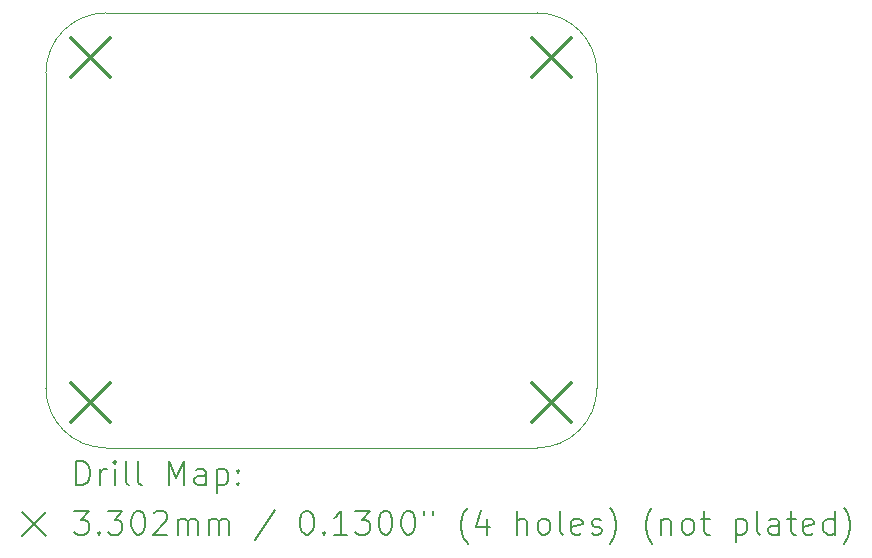
<source format=gbr>
%TF.GenerationSoftware,KiCad,Pcbnew,8.0.1-rc1*%
%TF.CreationDate,2024-04-19T00:03:45-05:00*%
%TF.ProjectId,voltage_converter,766f6c74-6167-4655-9f63-6f6e76657274,rev?*%
%TF.SameCoordinates,Original*%
%TF.FileFunction,Drillmap*%
%TF.FilePolarity,Positive*%
%FSLAX45Y45*%
G04 Gerber Fmt 4.5, Leading zero omitted, Abs format (unit mm)*
G04 Created by KiCad (PCBNEW 8.0.1-rc1) date 2024-04-19 00:03:45*
%MOMM*%
%LPD*%
G01*
G04 APERTURE LIST*
%ADD10C,0.050000*%
%ADD11C,0.200000*%
%ADD12C,0.330200*%
G04 APERTURE END LIST*
D10*
X13025110Y-12341360D02*
G75*
G02*
X12517110Y-11833360I0J508000D01*
G01*
X12517110Y-9167360D02*
G75*
G02*
X13025110Y-8659360I508000J0D01*
G01*
X16675110Y-8659360D02*
G75*
G02*
X17183110Y-9167360I0J-508000D01*
G01*
X17183110Y-11833360D02*
G75*
G02*
X16675110Y-12341360I-508000J0D01*
G01*
X13025110Y-12341360D02*
X16675110Y-12341360D01*
X17183110Y-11833360D02*
X17183110Y-9167360D01*
X16675110Y-8659360D02*
X13025110Y-8659360D01*
X12517110Y-9167360D02*
X12517110Y-11833360D01*
D11*
D12*
X12733010Y-8874260D02*
X13063210Y-9204460D01*
X13063210Y-8874260D02*
X12733010Y-9204460D01*
X12733010Y-11795260D02*
X13063210Y-12125460D01*
X13063210Y-11795260D02*
X12733010Y-12125460D01*
X16634900Y-8874260D02*
X16965100Y-9204460D01*
X16965100Y-8874260D02*
X16634900Y-9204460D01*
X16634900Y-11795260D02*
X16965100Y-12125460D01*
X16965100Y-11795260D02*
X16634900Y-12125460D01*
D11*
X12775387Y-12655344D02*
X12775387Y-12455344D01*
X12775387Y-12455344D02*
X12823006Y-12455344D01*
X12823006Y-12455344D02*
X12851577Y-12464868D01*
X12851577Y-12464868D02*
X12870625Y-12483915D01*
X12870625Y-12483915D02*
X12880149Y-12502963D01*
X12880149Y-12502963D02*
X12889672Y-12541058D01*
X12889672Y-12541058D02*
X12889672Y-12569629D01*
X12889672Y-12569629D02*
X12880149Y-12607725D01*
X12880149Y-12607725D02*
X12870625Y-12626772D01*
X12870625Y-12626772D02*
X12851577Y-12645820D01*
X12851577Y-12645820D02*
X12823006Y-12655344D01*
X12823006Y-12655344D02*
X12775387Y-12655344D01*
X12975387Y-12655344D02*
X12975387Y-12522010D01*
X12975387Y-12560106D02*
X12984911Y-12541058D01*
X12984911Y-12541058D02*
X12994434Y-12531534D01*
X12994434Y-12531534D02*
X13013482Y-12522010D01*
X13013482Y-12522010D02*
X13032530Y-12522010D01*
X13099196Y-12655344D02*
X13099196Y-12522010D01*
X13099196Y-12455344D02*
X13089672Y-12464868D01*
X13089672Y-12464868D02*
X13099196Y-12474391D01*
X13099196Y-12474391D02*
X13108720Y-12464868D01*
X13108720Y-12464868D02*
X13099196Y-12455344D01*
X13099196Y-12455344D02*
X13099196Y-12474391D01*
X13223006Y-12655344D02*
X13203958Y-12645820D01*
X13203958Y-12645820D02*
X13194434Y-12626772D01*
X13194434Y-12626772D02*
X13194434Y-12455344D01*
X13327768Y-12655344D02*
X13308720Y-12645820D01*
X13308720Y-12645820D02*
X13299196Y-12626772D01*
X13299196Y-12626772D02*
X13299196Y-12455344D01*
X13556339Y-12655344D02*
X13556339Y-12455344D01*
X13556339Y-12455344D02*
X13623006Y-12598201D01*
X13623006Y-12598201D02*
X13689672Y-12455344D01*
X13689672Y-12455344D02*
X13689672Y-12655344D01*
X13870625Y-12655344D02*
X13870625Y-12550582D01*
X13870625Y-12550582D02*
X13861101Y-12531534D01*
X13861101Y-12531534D02*
X13842053Y-12522010D01*
X13842053Y-12522010D02*
X13803958Y-12522010D01*
X13803958Y-12522010D02*
X13784911Y-12531534D01*
X13870625Y-12645820D02*
X13851577Y-12655344D01*
X13851577Y-12655344D02*
X13803958Y-12655344D01*
X13803958Y-12655344D02*
X13784911Y-12645820D01*
X13784911Y-12645820D02*
X13775387Y-12626772D01*
X13775387Y-12626772D02*
X13775387Y-12607725D01*
X13775387Y-12607725D02*
X13784911Y-12588677D01*
X13784911Y-12588677D02*
X13803958Y-12579153D01*
X13803958Y-12579153D02*
X13851577Y-12579153D01*
X13851577Y-12579153D02*
X13870625Y-12569629D01*
X13965863Y-12522010D02*
X13965863Y-12722010D01*
X13965863Y-12531534D02*
X13984911Y-12522010D01*
X13984911Y-12522010D02*
X14023006Y-12522010D01*
X14023006Y-12522010D02*
X14042053Y-12531534D01*
X14042053Y-12531534D02*
X14051577Y-12541058D01*
X14051577Y-12541058D02*
X14061101Y-12560106D01*
X14061101Y-12560106D02*
X14061101Y-12617248D01*
X14061101Y-12617248D02*
X14051577Y-12636296D01*
X14051577Y-12636296D02*
X14042053Y-12645820D01*
X14042053Y-12645820D02*
X14023006Y-12655344D01*
X14023006Y-12655344D02*
X13984911Y-12655344D01*
X13984911Y-12655344D02*
X13965863Y-12645820D01*
X14146815Y-12636296D02*
X14156339Y-12645820D01*
X14156339Y-12645820D02*
X14146815Y-12655344D01*
X14146815Y-12655344D02*
X14137292Y-12645820D01*
X14137292Y-12645820D02*
X14146815Y-12636296D01*
X14146815Y-12636296D02*
X14146815Y-12655344D01*
X14146815Y-12531534D02*
X14156339Y-12541058D01*
X14156339Y-12541058D02*
X14146815Y-12550582D01*
X14146815Y-12550582D02*
X14137292Y-12541058D01*
X14137292Y-12541058D02*
X14146815Y-12531534D01*
X14146815Y-12531534D02*
X14146815Y-12550582D01*
X12314610Y-12883860D02*
X12514610Y-13083860D01*
X12514610Y-12883860D02*
X12314610Y-13083860D01*
X12756339Y-12875344D02*
X12880149Y-12875344D01*
X12880149Y-12875344D02*
X12813482Y-12951534D01*
X12813482Y-12951534D02*
X12842053Y-12951534D01*
X12842053Y-12951534D02*
X12861101Y-12961058D01*
X12861101Y-12961058D02*
X12870625Y-12970582D01*
X12870625Y-12970582D02*
X12880149Y-12989629D01*
X12880149Y-12989629D02*
X12880149Y-13037248D01*
X12880149Y-13037248D02*
X12870625Y-13056296D01*
X12870625Y-13056296D02*
X12861101Y-13065820D01*
X12861101Y-13065820D02*
X12842053Y-13075344D01*
X12842053Y-13075344D02*
X12784911Y-13075344D01*
X12784911Y-13075344D02*
X12765863Y-13065820D01*
X12765863Y-13065820D02*
X12756339Y-13056296D01*
X12965863Y-13056296D02*
X12975387Y-13065820D01*
X12975387Y-13065820D02*
X12965863Y-13075344D01*
X12965863Y-13075344D02*
X12956339Y-13065820D01*
X12956339Y-13065820D02*
X12965863Y-13056296D01*
X12965863Y-13056296D02*
X12965863Y-13075344D01*
X13042053Y-12875344D02*
X13165863Y-12875344D01*
X13165863Y-12875344D02*
X13099196Y-12951534D01*
X13099196Y-12951534D02*
X13127768Y-12951534D01*
X13127768Y-12951534D02*
X13146815Y-12961058D01*
X13146815Y-12961058D02*
X13156339Y-12970582D01*
X13156339Y-12970582D02*
X13165863Y-12989629D01*
X13165863Y-12989629D02*
X13165863Y-13037248D01*
X13165863Y-13037248D02*
X13156339Y-13056296D01*
X13156339Y-13056296D02*
X13146815Y-13065820D01*
X13146815Y-13065820D02*
X13127768Y-13075344D01*
X13127768Y-13075344D02*
X13070625Y-13075344D01*
X13070625Y-13075344D02*
X13051577Y-13065820D01*
X13051577Y-13065820D02*
X13042053Y-13056296D01*
X13289672Y-12875344D02*
X13308720Y-12875344D01*
X13308720Y-12875344D02*
X13327768Y-12884868D01*
X13327768Y-12884868D02*
X13337292Y-12894391D01*
X13337292Y-12894391D02*
X13346815Y-12913439D01*
X13346815Y-12913439D02*
X13356339Y-12951534D01*
X13356339Y-12951534D02*
X13356339Y-12999153D01*
X13356339Y-12999153D02*
X13346815Y-13037248D01*
X13346815Y-13037248D02*
X13337292Y-13056296D01*
X13337292Y-13056296D02*
X13327768Y-13065820D01*
X13327768Y-13065820D02*
X13308720Y-13075344D01*
X13308720Y-13075344D02*
X13289672Y-13075344D01*
X13289672Y-13075344D02*
X13270625Y-13065820D01*
X13270625Y-13065820D02*
X13261101Y-13056296D01*
X13261101Y-13056296D02*
X13251577Y-13037248D01*
X13251577Y-13037248D02*
X13242053Y-12999153D01*
X13242053Y-12999153D02*
X13242053Y-12951534D01*
X13242053Y-12951534D02*
X13251577Y-12913439D01*
X13251577Y-12913439D02*
X13261101Y-12894391D01*
X13261101Y-12894391D02*
X13270625Y-12884868D01*
X13270625Y-12884868D02*
X13289672Y-12875344D01*
X13432530Y-12894391D02*
X13442053Y-12884868D01*
X13442053Y-12884868D02*
X13461101Y-12875344D01*
X13461101Y-12875344D02*
X13508720Y-12875344D01*
X13508720Y-12875344D02*
X13527768Y-12884868D01*
X13527768Y-12884868D02*
X13537292Y-12894391D01*
X13537292Y-12894391D02*
X13546815Y-12913439D01*
X13546815Y-12913439D02*
X13546815Y-12932487D01*
X13546815Y-12932487D02*
X13537292Y-12961058D01*
X13537292Y-12961058D02*
X13423006Y-13075344D01*
X13423006Y-13075344D02*
X13546815Y-13075344D01*
X13632530Y-13075344D02*
X13632530Y-12942010D01*
X13632530Y-12961058D02*
X13642053Y-12951534D01*
X13642053Y-12951534D02*
X13661101Y-12942010D01*
X13661101Y-12942010D02*
X13689673Y-12942010D01*
X13689673Y-12942010D02*
X13708720Y-12951534D01*
X13708720Y-12951534D02*
X13718244Y-12970582D01*
X13718244Y-12970582D02*
X13718244Y-13075344D01*
X13718244Y-12970582D02*
X13727768Y-12951534D01*
X13727768Y-12951534D02*
X13746815Y-12942010D01*
X13746815Y-12942010D02*
X13775387Y-12942010D01*
X13775387Y-12942010D02*
X13794434Y-12951534D01*
X13794434Y-12951534D02*
X13803958Y-12970582D01*
X13803958Y-12970582D02*
X13803958Y-13075344D01*
X13899196Y-13075344D02*
X13899196Y-12942010D01*
X13899196Y-12961058D02*
X13908720Y-12951534D01*
X13908720Y-12951534D02*
X13927768Y-12942010D01*
X13927768Y-12942010D02*
X13956339Y-12942010D01*
X13956339Y-12942010D02*
X13975387Y-12951534D01*
X13975387Y-12951534D02*
X13984911Y-12970582D01*
X13984911Y-12970582D02*
X13984911Y-13075344D01*
X13984911Y-12970582D02*
X13994434Y-12951534D01*
X13994434Y-12951534D02*
X14013482Y-12942010D01*
X14013482Y-12942010D02*
X14042053Y-12942010D01*
X14042053Y-12942010D02*
X14061101Y-12951534D01*
X14061101Y-12951534D02*
X14070625Y-12970582D01*
X14070625Y-12970582D02*
X14070625Y-13075344D01*
X14461101Y-12865820D02*
X14289673Y-13122963D01*
X14718244Y-12875344D02*
X14737292Y-12875344D01*
X14737292Y-12875344D02*
X14756339Y-12884868D01*
X14756339Y-12884868D02*
X14765863Y-12894391D01*
X14765863Y-12894391D02*
X14775387Y-12913439D01*
X14775387Y-12913439D02*
X14784911Y-12951534D01*
X14784911Y-12951534D02*
X14784911Y-12999153D01*
X14784911Y-12999153D02*
X14775387Y-13037248D01*
X14775387Y-13037248D02*
X14765863Y-13056296D01*
X14765863Y-13056296D02*
X14756339Y-13065820D01*
X14756339Y-13065820D02*
X14737292Y-13075344D01*
X14737292Y-13075344D02*
X14718244Y-13075344D01*
X14718244Y-13075344D02*
X14699196Y-13065820D01*
X14699196Y-13065820D02*
X14689673Y-13056296D01*
X14689673Y-13056296D02*
X14680149Y-13037248D01*
X14680149Y-13037248D02*
X14670625Y-12999153D01*
X14670625Y-12999153D02*
X14670625Y-12951534D01*
X14670625Y-12951534D02*
X14680149Y-12913439D01*
X14680149Y-12913439D02*
X14689673Y-12894391D01*
X14689673Y-12894391D02*
X14699196Y-12884868D01*
X14699196Y-12884868D02*
X14718244Y-12875344D01*
X14870625Y-13056296D02*
X14880149Y-13065820D01*
X14880149Y-13065820D02*
X14870625Y-13075344D01*
X14870625Y-13075344D02*
X14861101Y-13065820D01*
X14861101Y-13065820D02*
X14870625Y-13056296D01*
X14870625Y-13056296D02*
X14870625Y-13075344D01*
X15070625Y-13075344D02*
X14956339Y-13075344D01*
X15013482Y-13075344D02*
X15013482Y-12875344D01*
X15013482Y-12875344D02*
X14994435Y-12903915D01*
X14994435Y-12903915D02*
X14975387Y-12922963D01*
X14975387Y-12922963D02*
X14956339Y-12932487D01*
X15137292Y-12875344D02*
X15261101Y-12875344D01*
X15261101Y-12875344D02*
X15194435Y-12951534D01*
X15194435Y-12951534D02*
X15223006Y-12951534D01*
X15223006Y-12951534D02*
X15242054Y-12961058D01*
X15242054Y-12961058D02*
X15251577Y-12970582D01*
X15251577Y-12970582D02*
X15261101Y-12989629D01*
X15261101Y-12989629D02*
X15261101Y-13037248D01*
X15261101Y-13037248D02*
X15251577Y-13056296D01*
X15251577Y-13056296D02*
X15242054Y-13065820D01*
X15242054Y-13065820D02*
X15223006Y-13075344D01*
X15223006Y-13075344D02*
X15165863Y-13075344D01*
X15165863Y-13075344D02*
X15146816Y-13065820D01*
X15146816Y-13065820D02*
X15137292Y-13056296D01*
X15384911Y-12875344D02*
X15403958Y-12875344D01*
X15403958Y-12875344D02*
X15423006Y-12884868D01*
X15423006Y-12884868D02*
X15432530Y-12894391D01*
X15432530Y-12894391D02*
X15442054Y-12913439D01*
X15442054Y-12913439D02*
X15451577Y-12951534D01*
X15451577Y-12951534D02*
X15451577Y-12999153D01*
X15451577Y-12999153D02*
X15442054Y-13037248D01*
X15442054Y-13037248D02*
X15432530Y-13056296D01*
X15432530Y-13056296D02*
X15423006Y-13065820D01*
X15423006Y-13065820D02*
X15403958Y-13075344D01*
X15403958Y-13075344D02*
X15384911Y-13075344D01*
X15384911Y-13075344D02*
X15365863Y-13065820D01*
X15365863Y-13065820D02*
X15356339Y-13056296D01*
X15356339Y-13056296D02*
X15346816Y-13037248D01*
X15346816Y-13037248D02*
X15337292Y-12999153D01*
X15337292Y-12999153D02*
X15337292Y-12951534D01*
X15337292Y-12951534D02*
X15346816Y-12913439D01*
X15346816Y-12913439D02*
X15356339Y-12894391D01*
X15356339Y-12894391D02*
X15365863Y-12884868D01*
X15365863Y-12884868D02*
X15384911Y-12875344D01*
X15575387Y-12875344D02*
X15594435Y-12875344D01*
X15594435Y-12875344D02*
X15613482Y-12884868D01*
X15613482Y-12884868D02*
X15623006Y-12894391D01*
X15623006Y-12894391D02*
X15632530Y-12913439D01*
X15632530Y-12913439D02*
X15642054Y-12951534D01*
X15642054Y-12951534D02*
X15642054Y-12999153D01*
X15642054Y-12999153D02*
X15632530Y-13037248D01*
X15632530Y-13037248D02*
X15623006Y-13056296D01*
X15623006Y-13056296D02*
X15613482Y-13065820D01*
X15613482Y-13065820D02*
X15594435Y-13075344D01*
X15594435Y-13075344D02*
X15575387Y-13075344D01*
X15575387Y-13075344D02*
X15556339Y-13065820D01*
X15556339Y-13065820D02*
X15546816Y-13056296D01*
X15546816Y-13056296D02*
X15537292Y-13037248D01*
X15537292Y-13037248D02*
X15527768Y-12999153D01*
X15527768Y-12999153D02*
X15527768Y-12951534D01*
X15527768Y-12951534D02*
X15537292Y-12913439D01*
X15537292Y-12913439D02*
X15546816Y-12894391D01*
X15546816Y-12894391D02*
X15556339Y-12884868D01*
X15556339Y-12884868D02*
X15575387Y-12875344D01*
X15718244Y-12875344D02*
X15718244Y-12913439D01*
X15794435Y-12875344D02*
X15794435Y-12913439D01*
X16089673Y-13151534D02*
X16080149Y-13142010D01*
X16080149Y-13142010D02*
X16061101Y-13113439D01*
X16061101Y-13113439D02*
X16051578Y-13094391D01*
X16051578Y-13094391D02*
X16042054Y-13065820D01*
X16042054Y-13065820D02*
X16032530Y-13018201D01*
X16032530Y-13018201D02*
X16032530Y-12980106D01*
X16032530Y-12980106D02*
X16042054Y-12932487D01*
X16042054Y-12932487D02*
X16051578Y-12903915D01*
X16051578Y-12903915D02*
X16061101Y-12884868D01*
X16061101Y-12884868D02*
X16080149Y-12856296D01*
X16080149Y-12856296D02*
X16089673Y-12846772D01*
X16251578Y-12942010D02*
X16251578Y-13075344D01*
X16203958Y-12865820D02*
X16156339Y-13008677D01*
X16156339Y-13008677D02*
X16280149Y-13008677D01*
X16508720Y-13075344D02*
X16508720Y-12875344D01*
X16594435Y-13075344D02*
X16594435Y-12970582D01*
X16594435Y-12970582D02*
X16584911Y-12951534D01*
X16584911Y-12951534D02*
X16565863Y-12942010D01*
X16565863Y-12942010D02*
X16537292Y-12942010D01*
X16537292Y-12942010D02*
X16518244Y-12951534D01*
X16518244Y-12951534D02*
X16508720Y-12961058D01*
X16718244Y-13075344D02*
X16699197Y-13065820D01*
X16699197Y-13065820D02*
X16689673Y-13056296D01*
X16689673Y-13056296D02*
X16680149Y-13037248D01*
X16680149Y-13037248D02*
X16680149Y-12980106D01*
X16680149Y-12980106D02*
X16689673Y-12961058D01*
X16689673Y-12961058D02*
X16699197Y-12951534D01*
X16699197Y-12951534D02*
X16718244Y-12942010D01*
X16718244Y-12942010D02*
X16746816Y-12942010D01*
X16746816Y-12942010D02*
X16765863Y-12951534D01*
X16765863Y-12951534D02*
X16775387Y-12961058D01*
X16775387Y-12961058D02*
X16784911Y-12980106D01*
X16784911Y-12980106D02*
X16784911Y-13037248D01*
X16784911Y-13037248D02*
X16775387Y-13056296D01*
X16775387Y-13056296D02*
X16765863Y-13065820D01*
X16765863Y-13065820D02*
X16746816Y-13075344D01*
X16746816Y-13075344D02*
X16718244Y-13075344D01*
X16899197Y-13075344D02*
X16880149Y-13065820D01*
X16880149Y-13065820D02*
X16870625Y-13046772D01*
X16870625Y-13046772D02*
X16870625Y-12875344D01*
X17051578Y-13065820D02*
X17032530Y-13075344D01*
X17032530Y-13075344D02*
X16994435Y-13075344D01*
X16994435Y-13075344D02*
X16975387Y-13065820D01*
X16975387Y-13065820D02*
X16965863Y-13046772D01*
X16965863Y-13046772D02*
X16965863Y-12970582D01*
X16965863Y-12970582D02*
X16975387Y-12951534D01*
X16975387Y-12951534D02*
X16994435Y-12942010D01*
X16994435Y-12942010D02*
X17032530Y-12942010D01*
X17032530Y-12942010D02*
X17051578Y-12951534D01*
X17051578Y-12951534D02*
X17061102Y-12970582D01*
X17061102Y-12970582D02*
X17061102Y-12989629D01*
X17061102Y-12989629D02*
X16965863Y-13008677D01*
X17137292Y-13065820D02*
X17156340Y-13075344D01*
X17156340Y-13075344D02*
X17194435Y-13075344D01*
X17194435Y-13075344D02*
X17213483Y-13065820D01*
X17213483Y-13065820D02*
X17223006Y-13046772D01*
X17223006Y-13046772D02*
X17223006Y-13037248D01*
X17223006Y-13037248D02*
X17213483Y-13018201D01*
X17213483Y-13018201D02*
X17194435Y-13008677D01*
X17194435Y-13008677D02*
X17165863Y-13008677D01*
X17165863Y-13008677D02*
X17146816Y-12999153D01*
X17146816Y-12999153D02*
X17137292Y-12980106D01*
X17137292Y-12980106D02*
X17137292Y-12970582D01*
X17137292Y-12970582D02*
X17146816Y-12951534D01*
X17146816Y-12951534D02*
X17165863Y-12942010D01*
X17165863Y-12942010D02*
X17194435Y-12942010D01*
X17194435Y-12942010D02*
X17213483Y-12951534D01*
X17289673Y-13151534D02*
X17299197Y-13142010D01*
X17299197Y-13142010D02*
X17318244Y-13113439D01*
X17318244Y-13113439D02*
X17327768Y-13094391D01*
X17327768Y-13094391D02*
X17337292Y-13065820D01*
X17337292Y-13065820D02*
X17346816Y-13018201D01*
X17346816Y-13018201D02*
X17346816Y-12980106D01*
X17346816Y-12980106D02*
X17337292Y-12932487D01*
X17337292Y-12932487D02*
X17327768Y-12903915D01*
X17327768Y-12903915D02*
X17318244Y-12884868D01*
X17318244Y-12884868D02*
X17299197Y-12856296D01*
X17299197Y-12856296D02*
X17289673Y-12846772D01*
X17651578Y-13151534D02*
X17642054Y-13142010D01*
X17642054Y-13142010D02*
X17623006Y-13113439D01*
X17623006Y-13113439D02*
X17613483Y-13094391D01*
X17613483Y-13094391D02*
X17603959Y-13065820D01*
X17603959Y-13065820D02*
X17594435Y-13018201D01*
X17594435Y-13018201D02*
X17594435Y-12980106D01*
X17594435Y-12980106D02*
X17603959Y-12932487D01*
X17603959Y-12932487D02*
X17613483Y-12903915D01*
X17613483Y-12903915D02*
X17623006Y-12884868D01*
X17623006Y-12884868D02*
X17642054Y-12856296D01*
X17642054Y-12856296D02*
X17651578Y-12846772D01*
X17727768Y-12942010D02*
X17727768Y-13075344D01*
X17727768Y-12961058D02*
X17737292Y-12951534D01*
X17737292Y-12951534D02*
X17756340Y-12942010D01*
X17756340Y-12942010D02*
X17784911Y-12942010D01*
X17784911Y-12942010D02*
X17803959Y-12951534D01*
X17803959Y-12951534D02*
X17813483Y-12970582D01*
X17813483Y-12970582D02*
X17813483Y-13075344D01*
X17937292Y-13075344D02*
X17918244Y-13065820D01*
X17918244Y-13065820D02*
X17908721Y-13056296D01*
X17908721Y-13056296D02*
X17899197Y-13037248D01*
X17899197Y-13037248D02*
X17899197Y-12980106D01*
X17899197Y-12980106D02*
X17908721Y-12961058D01*
X17908721Y-12961058D02*
X17918244Y-12951534D01*
X17918244Y-12951534D02*
X17937292Y-12942010D01*
X17937292Y-12942010D02*
X17965864Y-12942010D01*
X17965864Y-12942010D02*
X17984911Y-12951534D01*
X17984911Y-12951534D02*
X17994435Y-12961058D01*
X17994435Y-12961058D02*
X18003959Y-12980106D01*
X18003959Y-12980106D02*
X18003959Y-13037248D01*
X18003959Y-13037248D02*
X17994435Y-13056296D01*
X17994435Y-13056296D02*
X17984911Y-13065820D01*
X17984911Y-13065820D02*
X17965864Y-13075344D01*
X17965864Y-13075344D02*
X17937292Y-13075344D01*
X18061102Y-12942010D02*
X18137292Y-12942010D01*
X18089673Y-12875344D02*
X18089673Y-13046772D01*
X18089673Y-13046772D02*
X18099197Y-13065820D01*
X18099197Y-13065820D02*
X18118244Y-13075344D01*
X18118244Y-13075344D02*
X18137292Y-13075344D01*
X18356340Y-12942010D02*
X18356340Y-13142010D01*
X18356340Y-12951534D02*
X18375387Y-12942010D01*
X18375387Y-12942010D02*
X18413483Y-12942010D01*
X18413483Y-12942010D02*
X18432530Y-12951534D01*
X18432530Y-12951534D02*
X18442054Y-12961058D01*
X18442054Y-12961058D02*
X18451578Y-12980106D01*
X18451578Y-12980106D02*
X18451578Y-13037248D01*
X18451578Y-13037248D02*
X18442054Y-13056296D01*
X18442054Y-13056296D02*
X18432530Y-13065820D01*
X18432530Y-13065820D02*
X18413483Y-13075344D01*
X18413483Y-13075344D02*
X18375387Y-13075344D01*
X18375387Y-13075344D02*
X18356340Y-13065820D01*
X18565864Y-13075344D02*
X18546816Y-13065820D01*
X18546816Y-13065820D02*
X18537292Y-13046772D01*
X18537292Y-13046772D02*
X18537292Y-12875344D01*
X18727768Y-13075344D02*
X18727768Y-12970582D01*
X18727768Y-12970582D02*
X18718245Y-12951534D01*
X18718245Y-12951534D02*
X18699197Y-12942010D01*
X18699197Y-12942010D02*
X18661102Y-12942010D01*
X18661102Y-12942010D02*
X18642054Y-12951534D01*
X18727768Y-13065820D02*
X18708721Y-13075344D01*
X18708721Y-13075344D02*
X18661102Y-13075344D01*
X18661102Y-13075344D02*
X18642054Y-13065820D01*
X18642054Y-13065820D02*
X18632530Y-13046772D01*
X18632530Y-13046772D02*
X18632530Y-13027725D01*
X18632530Y-13027725D02*
X18642054Y-13008677D01*
X18642054Y-13008677D02*
X18661102Y-12999153D01*
X18661102Y-12999153D02*
X18708721Y-12999153D01*
X18708721Y-12999153D02*
X18727768Y-12989629D01*
X18794435Y-12942010D02*
X18870625Y-12942010D01*
X18823006Y-12875344D02*
X18823006Y-13046772D01*
X18823006Y-13046772D02*
X18832530Y-13065820D01*
X18832530Y-13065820D02*
X18851578Y-13075344D01*
X18851578Y-13075344D02*
X18870625Y-13075344D01*
X19013483Y-13065820D02*
X18994435Y-13075344D01*
X18994435Y-13075344D02*
X18956340Y-13075344D01*
X18956340Y-13075344D02*
X18937292Y-13065820D01*
X18937292Y-13065820D02*
X18927768Y-13046772D01*
X18927768Y-13046772D02*
X18927768Y-12970582D01*
X18927768Y-12970582D02*
X18937292Y-12951534D01*
X18937292Y-12951534D02*
X18956340Y-12942010D01*
X18956340Y-12942010D02*
X18994435Y-12942010D01*
X18994435Y-12942010D02*
X19013483Y-12951534D01*
X19013483Y-12951534D02*
X19023006Y-12970582D01*
X19023006Y-12970582D02*
X19023006Y-12989629D01*
X19023006Y-12989629D02*
X18927768Y-13008677D01*
X19194435Y-13075344D02*
X19194435Y-12875344D01*
X19194435Y-13065820D02*
X19175387Y-13075344D01*
X19175387Y-13075344D02*
X19137292Y-13075344D01*
X19137292Y-13075344D02*
X19118245Y-13065820D01*
X19118245Y-13065820D02*
X19108721Y-13056296D01*
X19108721Y-13056296D02*
X19099197Y-13037248D01*
X19099197Y-13037248D02*
X19099197Y-12980106D01*
X19099197Y-12980106D02*
X19108721Y-12961058D01*
X19108721Y-12961058D02*
X19118245Y-12951534D01*
X19118245Y-12951534D02*
X19137292Y-12942010D01*
X19137292Y-12942010D02*
X19175387Y-12942010D01*
X19175387Y-12942010D02*
X19194435Y-12951534D01*
X19270626Y-13151534D02*
X19280149Y-13142010D01*
X19280149Y-13142010D02*
X19299197Y-13113439D01*
X19299197Y-13113439D02*
X19308721Y-13094391D01*
X19308721Y-13094391D02*
X19318245Y-13065820D01*
X19318245Y-13065820D02*
X19327768Y-13018201D01*
X19327768Y-13018201D02*
X19327768Y-12980106D01*
X19327768Y-12980106D02*
X19318245Y-12932487D01*
X19318245Y-12932487D02*
X19308721Y-12903915D01*
X19308721Y-12903915D02*
X19299197Y-12884868D01*
X19299197Y-12884868D02*
X19280149Y-12856296D01*
X19280149Y-12856296D02*
X19270626Y-12846772D01*
M02*

</source>
